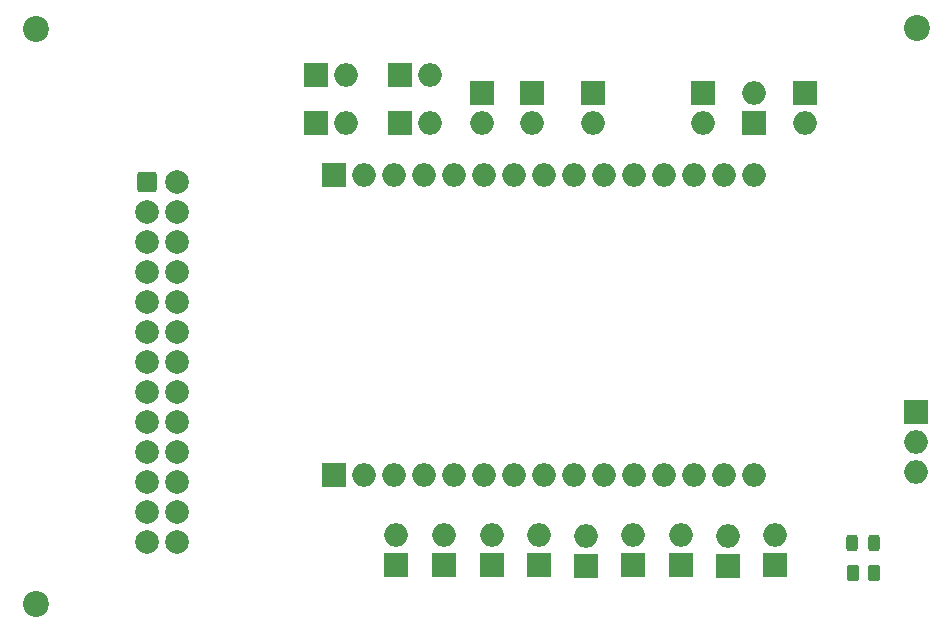
<source format=gbr>
%TF.GenerationSoftware,KiCad,Pcbnew,(6.0.6)*%
%TF.CreationDate,2022-08-30T10:43:36-03:00*%
%TF.ProjectId,Shield_Esp32,53686965-6c64-45f4-9573-7033322e6b69,rev?*%
%TF.SameCoordinates,Original*%
%TF.FileFunction,Soldermask,Top*%
%TF.FilePolarity,Negative*%
%FSLAX46Y46*%
G04 Gerber Fmt 4.6, Leading zero omitted, Abs format (unit mm)*
G04 Created by KiCad (PCBNEW (6.0.6)) date 2022-08-30 10:43:36*
%MOMM*%
%LPD*%
G01*
G04 APERTURE LIST*
G04 Aperture macros list*
%AMRoundRect*
0 Rectangle with rounded corners*
0 $1 Rounding radius*
0 $2 $3 $4 $5 $6 $7 $8 $9 X,Y pos of 4 corners*
0 Add a 4 corners polygon primitive as box body*
4,1,4,$2,$3,$4,$5,$6,$7,$8,$9,$2,$3,0*
0 Add four circle primitives for the rounded corners*
1,1,$1+$1,$2,$3*
1,1,$1+$1,$4,$5*
1,1,$1+$1,$6,$7*
1,1,$1+$1,$8,$9*
0 Add four rect primitives between the rounded corners*
20,1,$1+$1,$2,$3,$4,$5,0*
20,1,$1+$1,$4,$5,$6,$7,0*
20,1,$1+$1,$6,$7,$8,$9,0*
20,1,$1+$1,$8,$9,$2,$3,0*%
G04 Aperture macros list end*
%ADD10R,2.000000X2.000000*%
%ADD11O,2.000000X2.000000*%
%ADD12RoundRect,0.243750X-0.243750X-0.456250X0.243750X-0.456250X0.243750X0.456250X-0.243750X0.456250X0*%
%ADD13C,2.200000*%
%ADD14RoundRect,0.250000X-0.600000X-0.600000X0.600000X-0.600000X0.600000X0.600000X-0.600000X0.600000X0*%
%ADD15C,2.000000*%
%ADD16RoundRect,0.250000X-0.262500X-0.450000X0.262500X-0.450000X0.262500X0.450000X-0.262500X0.450000X0*%
G04 APERTURE END LIST*
D10*
%TO.C,J6*%
X190900000Y-120740000D03*
D11*
X190900000Y-118200000D03*
%TD*%
D10*
%TO.C,J12*%
X152000000Y-83300000D03*
D11*
X154540000Y-83300000D03*
%TD*%
D10*
%TO.C,J10*%
X182900000Y-120740000D03*
D11*
X182900000Y-118200000D03*
%TD*%
D12*
%TO.C,D3*%
X197400000Y-118800000D03*
X199275000Y-118800000D03*
%TD*%
D10*
%TO.C,J11*%
X159150000Y-79200000D03*
D11*
X161690000Y-79200000D03*
%TD*%
D10*
%TO.C,J21*%
X152000000Y-79200000D03*
D11*
X154540000Y-79200000D03*
%TD*%
D10*
%TO.C,J9*%
X186900000Y-120775000D03*
D11*
X186900000Y-118235000D03*
%TD*%
D10*
%TO.C,J17*%
X170900000Y-120740000D03*
D11*
X170900000Y-118200000D03*
%TD*%
D10*
%TO.C,J13*%
X170300000Y-80700000D03*
D11*
X170300000Y-83240000D03*
%TD*%
D13*
%TO.C,H2*%
X128300000Y-75300000D03*
%TD*%
D10*
%TO.C,J1*%
X158800000Y-120740000D03*
D11*
X158800000Y-118200000D03*
%TD*%
D10*
%TO.C,J22*%
X159125000Y-83300000D03*
D11*
X161665000Y-83300000D03*
%TD*%
D10*
%TO.C,J19*%
X184800000Y-80700000D03*
D11*
X184800000Y-83240000D03*
%TD*%
D10*
%TO.C,J23*%
X193400000Y-80700000D03*
D11*
X193400000Y-83240000D03*
%TD*%
D13*
%TO.C,H3*%
X202900000Y-75200000D03*
%TD*%
D10*
%TO.C,J18*%
X166900000Y-120740000D03*
D11*
X166900000Y-118200000D03*
%TD*%
D10*
%TO.C,J7*%
X189100000Y-83240000D03*
D11*
X189100000Y-80700000D03*
%TD*%
D13*
%TO.C,H1*%
X128300000Y-124000000D03*
%TD*%
D10*
%TO.C,J4*%
X153600000Y-113075000D03*
D11*
X156140000Y-113075000D03*
X158680000Y-113075000D03*
X161220000Y-113075000D03*
X163760000Y-113075000D03*
X166300000Y-113075000D03*
X168840000Y-113075000D03*
X171380000Y-113075000D03*
X173920000Y-113075000D03*
X176460000Y-113075000D03*
X179000000Y-113075000D03*
X181540000Y-113075000D03*
X184080000Y-113075000D03*
X186620000Y-113075000D03*
X189160000Y-113075000D03*
%TD*%
D14*
%TO.C,J3*%
X137747500Y-88260000D03*
D15*
X140287500Y-88260000D03*
X137747500Y-90800000D03*
X140287500Y-90800000D03*
X137747500Y-93340000D03*
X140287500Y-93340000D03*
X137747500Y-95880000D03*
X140287500Y-95880000D03*
X137747500Y-98420000D03*
X140287500Y-98420000D03*
X137747500Y-100960000D03*
X140287500Y-100960000D03*
X137747500Y-103500000D03*
X140287500Y-103500000D03*
X137747500Y-106040000D03*
X140287500Y-106040000D03*
X137747500Y-108580000D03*
X140287500Y-108580000D03*
X137747500Y-111120000D03*
X140287500Y-111120000D03*
X137747500Y-113660000D03*
X140287500Y-113660000D03*
X137747500Y-116200000D03*
X140287500Y-116200000D03*
X137747500Y-118740000D03*
X140287500Y-118740000D03*
%TD*%
D10*
%TO.C,J15*%
X178900000Y-120740000D03*
D11*
X178900000Y-118200000D03*
%TD*%
D10*
%TO.C,J2*%
X162900000Y-120740000D03*
D11*
X162900000Y-118200000D03*
%TD*%
D10*
%TO.C,J5*%
X153600000Y-87700000D03*
D11*
X156140000Y-87700000D03*
X158680000Y-87700000D03*
X161220000Y-87700000D03*
X163760000Y-87700000D03*
X166300000Y-87700000D03*
X168840000Y-87700000D03*
X171380000Y-87700000D03*
X173920000Y-87700000D03*
X176460000Y-87700000D03*
X179000000Y-87700000D03*
X181540000Y-87700000D03*
X184080000Y-87700000D03*
X186620000Y-87700000D03*
X189160000Y-87700000D03*
%TD*%
D16*
%TO.C,R1*%
X197487500Y-121400000D03*
X199312500Y-121400000D03*
%TD*%
D10*
%TO.C,J14*%
X166100000Y-80700000D03*
D11*
X166100000Y-83240000D03*
%TD*%
D10*
%TO.C,J16*%
X174900000Y-120775000D03*
D11*
X174900000Y-118235000D03*
%TD*%
D10*
%TO.C,J20*%
X175500000Y-80700000D03*
D11*
X175500000Y-83240000D03*
%TD*%
D10*
%TO.C,J8*%
X202800000Y-107760000D03*
D11*
X202800000Y-110300000D03*
X202800000Y-112840000D03*
%TD*%
M02*

</source>
